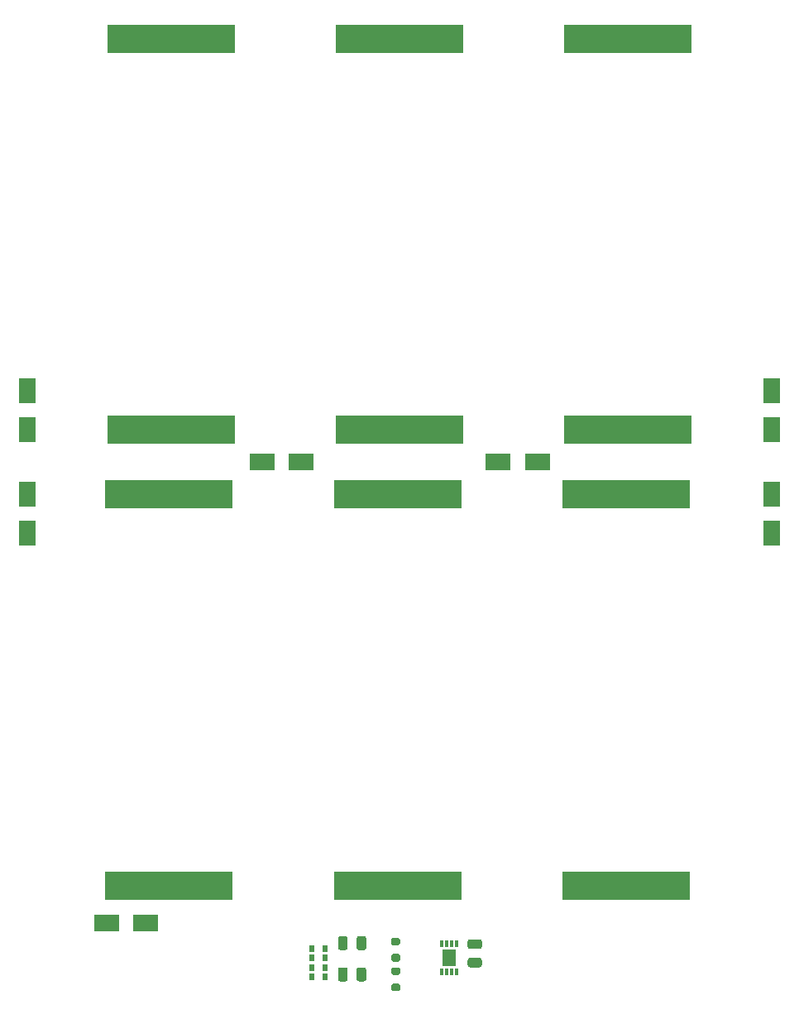
<source format=gbr>
%TF.GenerationSoftware,KiCad,Pcbnew,(5.1.10)-1*%
%TF.CreationDate,2022-11-16T11:33:55-08:00*%
%TF.ProjectId,XYFaces,58594661-6365-4732-9e6b-696361645f70,1.0*%
%TF.SameCoordinates,Original*%
%TF.FileFunction,Paste,Top*%
%TF.FilePolarity,Positive*%
%FSLAX46Y46*%
G04 Gerber Fmt 4.6, Leading zero omitted, Abs format (unit mm)*
G04 Created by KiCad (PCBNEW (5.1.10)-1) date 2022-11-16 11:33:55*
%MOMM*%
%LPD*%
G01*
G04 APERTURE LIST*
%ADD10R,0.300000X0.750000*%
%ADD11R,1.450000X1.750000*%
%ADD12R,13.000000X3.000000*%
%ADD13R,0.600000X0.720000*%
%ADD14R,1.700000X2.500000*%
%ADD15R,2.500000X1.700000*%
G04 APERTURE END LIST*
D10*
%TO.C,U2*%
X140150000Y-136050000D03*
X139650000Y-136050000D03*
X138650000Y-136050000D03*
X139150000Y-136050000D03*
X140150000Y-138950000D03*
X139650000Y-138950000D03*
X139150000Y-138950000D03*
X138650000Y-138950000D03*
D11*
X139400000Y-137500000D03*
%TD*%
D12*
%TO.C,SC1*%
X110900000Y-83500000D03*
X110900000Y-43500000D03*
%TD*%
%TO.C,SC4*%
X110700000Y-90100000D03*
X110700000Y-130100000D03*
%TD*%
D13*
%TO.C,U1*%
X126700000Y-139455000D03*
X126700000Y-136545000D03*
X125300000Y-139455000D03*
X125300000Y-136545000D03*
X125300000Y-137515000D03*
X126700000Y-137515000D03*
X125300000Y-138485000D03*
X126700000Y-138485000D03*
%TD*%
D14*
%TO.C,D1*%
X96200000Y-83500000D03*
X96200000Y-79500000D03*
%TD*%
D12*
%TO.C,SC6*%
X157500000Y-90100000D03*
X157500000Y-130100000D03*
%TD*%
%TO.C,SC5*%
X134100000Y-130100000D03*
X134100000Y-90100000D03*
%TD*%
%TO.C,SC3*%
X157700000Y-83500000D03*
X157700000Y-43500000D03*
%TD*%
%TO.C,SC2*%
X134300000Y-43500000D03*
X134300000Y-83500000D03*
%TD*%
D15*
%TO.C,D7*%
X104300000Y-133900000D03*
X108300000Y-133900000D03*
%TD*%
D14*
%TO.C,D6*%
X172400000Y-90100000D03*
X172400000Y-94100000D03*
%TD*%
D15*
%TO.C,D5*%
X148400000Y-86800000D03*
X144400000Y-86800000D03*
%TD*%
D14*
%TO.C,D4*%
X96200000Y-90100000D03*
X96200000Y-94100000D03*
%TD*%
%TO.C,D3*%
X172400000Y-83500000D03*
X172400000Y-79500000D03*
%TD*%
D15*
%TO.C,D2*%
X124200000Y-86800000D03*
X120200000Y-86800000D03*
%TD*%
%TO.C,R2*%
G36*
G01*
X133625000Y-140125000D02*
X134175000Y-140125000D01*
G75*
G02*
X134375000Y-140325000I0J-200000D01*
G01*
X134375000Y-140725000D01*
G75*
G02*
X134175000Y-140925000I-200000J0D01*
G01*
X133625000Y-140925000D01*
G75*
G02*
X133425000Y-140725000I0J200000D01*
G01*
X133425000Y-140325000D01*
G75*
G02*
X133625000Y-140125000I200000J0D01*
G01*
G37*
G36*
G01*
X133625000Y-138475000D02*
X134175000Y-138475000D01*
G75*
G02*
X134375000Y-138675000I0J-200000D01*
G01*
X134375000Y-139075000D01*
G75*
G02*
X134175000Y-139275000I-200000J0D01*
G01*
X133625000Y-139275000D01*
G75*
G02*
X133425000Y-139075000I0J200000D01*
G01*
X133425000Y-138675000D01*
G75*
G02*
X133625000Y-138475000I200000J0D01*
G01*
G37*
%TD*%
%TO.C,R1*%
G36*
G01*
X133625000Y-137100000D02*
X134175000Y-137100000D01*
G75*
G02*
X134375000Y-137300000I0J-200000D01*
G01*
X134375000Y-137700000D01*
G75*
G02*
X134175000Y-137900000I-200000J0D01*
G01*
X133625000Y-137900000D01*
G75*
G02*
X133425000Y-137700000I0J200000D01*
G01*
X133425000Y-137300000D01*
G75*
G02*
X133625000Y-137100000I200000J0D01*
G01*
G37*
G36*
G01*
X133625000Y-135450000D02*
X134175000Y-135450000D01*
G75*
G02*
X134375000Y-135650000I0J-200000D01*
G01*
X134375000Y-136050000D01*
G75*
G02*
X134175000Y-136250000I-200000J0D01*
G01*
X133625000Y-136250000D01*
G75*
G02*
X133425000Y-136050000I0J200000D01*
G01*
X133425000Y-135650000D01*
G75*
G02*
X133625000Y-135450000I200000J0D01*
G01*
G37*
%TD*%
%TO.C,C3*%
G36*
G01*
X141525000Y-137500000D02*
X142475000Y-137500000D01*
G75*
G02*
X142725000Y-137750000I0J-250000D01*
G01*
X142725000Y-138250000D01*
G75*
G02*
X142475000Y-138500000I-250000J0D01*
G01*
X141525000Y-138500000D01*
G75*
G02*
X141275000Y-138250000I0J250000D01*
G01*
X141275000Y-137750000D01*
G75*
G02*
X141525000Y-137500000I250000J0D01*
G01*
G37*
G36*
G01*
X141525000Y-135600000D02*
X142475000Y-135600000D01*
G75*
G02*
X142725000Y-135850000I0J-250000D01*
G01*
X142725000Y-136350000D01*
G75*
G02*
X142475000Y-136600000I-250000J0D01*
G01*
X141525000Y-136600000D01*
G75*
G02*
X141275000Y-136350000I0J250000D01*
G01*
X141275000Y-135850000D01*
G75*
G02*
X141525000Y-135600000I250000J0D01*
G01*
G37*
%TD*%
%TO.C,C2*%
G36*
G01*
X129000000Y-138725000D02*
X129000000Y-139675000D01*
G75*
G02*
X128750000Y-139925000I-250000J0D01*
G01*
X128250000Y-139925000D01*
G75*
G02*
X128000000Y-139675000I0J250000D01*
G01*
X128000000Y-138725000D01*
G75*
G02*
X128250000Y-138475000I250000J0D01*
G01*
X128750000Y-138475000D01*
G75*
G02*
X129000000Y-138725000I0J-250000D01*
G01*
G37*
G36*
G01*
X130900000Y-138725000D02*
X130900000Y-139675000D01*
G75*
G02*
X130650000Y-139925000I-250000J0D01*
G01*
X130150000Y-139925000D01*
G75*
G02*
X129900000Y-139675000I0J250000D01*
G01*
X129900000Y-138725000D01*
G75*
G02*
X130150000Y-138475000I250000J0D01*
G01*
X130650000Y-138475000D01*
G75*
G02*
X130900000Y-138725000I0J-250000D01*
G01*
G37*
%TD*%
%TO.C,C1*%
G36*
G01*
X129900000Y-136475000D02*
X129900000Y-135525000D01*
G75*
G02*
X130150000Y-135275000I250000J0D01*
G01*
X130650000Y-135275000D01*
G75*
G02*
X130900000Y-135525000I0J-250000D01*
G01*
X130900000Y-136475000D01*
G75*
G02*
X130650000Y-136725000I-250000J0D01*
G01*
X130150000Y-136725000D01*
G75*
G02*
X129900000Y-136475000I0J250000D01*
G01*
G37*
G36*
G01*
X128000000Y-136475000D02*
X128000000Y-135525000D01*
G75*
G02*
X128250000Y-135275000I250000J0D01*
G01*
X128750000Y-135275000D01*
G75*
G02*
X129000000Y-135525000I0J-250000D01*
G01*
X129000000Y-136475000D01*
G75*
G02*
X128750000Y-136725000I-250000J0D01*
G01*
X128250000Y-136725000D01*
G75*
G02*
X128000000Y-136475000I0J250000D01*
G01*
G37*
%TD*%
M02*

</source>
